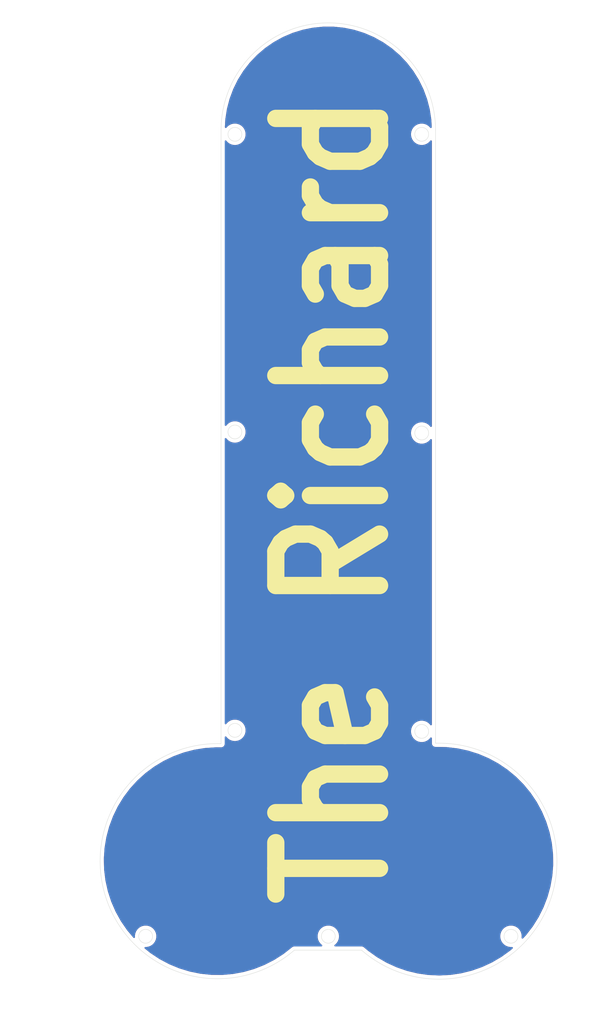
<source format=kicad_pcb>
(kicad_pcb (version 20171130) (host pcbnew "(5.1.6)-1")

  (general
    (thickness 1.6)
    (drawings 33)
    (tracks 0)
    (zones 0)
    (modules 0)
    (nets 1)
  )

  (page A4)
  (layers
    (0 F.Cu signal)
    (31 B.Cu signal)
    (32 B.Adhes user)
    (33 F.Adhes user)
    (34 B.Paste user)
    (35 F.Paste user)
    (36 B.SilkS user)
    (37 F.SilkS user)
    (38 B.Mask user)
    (39 F.Mask user)
    (40 Dwgs.User user)
    (41 Cmts.User user)
    (42 Eco1.User user)
    (43 Eco2.User user)
    (44 Edge.Cuts user)
    (45 Margin user)
    (46 B.CrtYd user)
    (47 F.CrtYd user)
    (48 B.Fab user)
    (49 F.Fab user)
  )

  (setup
    (last_trace_width 0.25)
    (trace_clearance 0.2)
    (zone_clearance 0.508)
    (zone_45_only no)
    (trace_min 0.2)
    (via_size 0.8)
    (via_drill 0.4)
    (via_min_size 0.4)
    (via_min_drill 0.3)
    (uvia_size 0.3)
    (uvia_drill 0.1)
    (uvias_allowed no)
    (uvia_min_size 0.2)
    (uvia_min_drill 0.1)
    (edge_width 0.05)
    (segment_width 0.2)
    (pcb_text_width 0.3)
    (pcb_text_size 1.5 1.5)
    (mod_edge_width 0.12)
    (mod_text_size 1 1)
    (mod_text_width 0.15)
    (pad_size 1.524 1.524)
    (pad_drill 0.762)
    (pad_to_mask_clearance 0.05)
    (aux_axis_origin 0 0)
    (visible_elements 7FFFFFFF)
    (pcbplotparams
      (layerselection 0x010fc_ffffffff)
      (usegerberextensions false)
      (usegerberattributes true)
      (usegerberadvancedattributes true)
      (creategerberjobfile true)
      (excludeedgelayer true)
      (linewidth 0.100000)
      (plotframeref false)
      (viasonmask false)
      (mode 1)
      (useauxorigin false)
      (hpglpennumber 1)
      (hpglpenspeed 20)
      (hpglpendiameter 15.000000)
      (psnegative false)
      (psa4output false)
      (plotreference true)
      (plotvalue true)
      (plotinvisibletext false)
      (padsonsilk false)
      (subtractmaskfromsilk false)
      (outputformat 1)
      (mirror false)
      (drillshape 0)
      (scaleselection 1)
      (outputdirectory "Gerbers"))
  )

  (net 0 "")

  (net_class Default "This is the default net class."
    (clearance 0.2)
    (trace_width 0.25)
    (via_dia 0.8)
    (via_drill 0.4)
    (uvia_dia 0.3)
    (uvia_drill 0.1)
  )

  (gr_text "The Richard" (at 139.6 47.8 90) (layer F.SilkS)
    (effects (font (size 15 13) (thickness 2.5)))
  )
  (gr_line (start 139 110.85) (end 112.6 110.85) (layer Dwgs.User) (width 0.15) (tstamp 60368EE2))
  (gr_circle (center 112.6 110.85) (end 111.6 110.85) (layer Edge.Cuts) (width 0.05) (tstamp 60368EE1))
  (gr_circle (center 112.65 110.85) (end 110.65 110.85) (layer Dwgs.User) (width 0.15) (tstamp 60368EE0))
  (gr_circle (center 165.4 110.85) (end 166.4 110.85) (layer Edge.Cuts) (width 0.05))
  (gr_circle (center 165.35 110.85) (end 167.35 110.85) (layer Dwgs.User) (width 0.15))
  (gr_line (start 139 110.85) (end 165.4 110.85) (layer Dwgs.User) (width 0.15))
  (gr_line (start 139 112.85) (end 139 110.85) (layer Dwgs.User) (width 0.15) (tstamp 60368E2A))
  (gr_circle (center 139 110.85) (end 139 111.85) (layer Edge.Cuts) (width 0.05) (tstamp 60368E29))
  (gr_circle (center 125.5 38) (end 126.5 38) (layer Edge.Cuts) (width 0.05) (tstamp 60368DF5))
  (gr_line (start 125.5 81.1) (end 125.5 37.975) (layer Dwgs.User) (width 0.15) (tstamp 60368DF4))
  (gr_line (start 152.5 81.25) (end 152.5 38.125) (layer Dwgs.User) (width 0.15))
  (gr_circle (center 152.5 38.15) (end 153.5 38.15) (layer Edge.Cuts) (width 0.05) (tstamp 60368D3C))
  (gr_line (start 123.5 81.1) (end 125.5 81.1) (layer Dwgs.User) (width 0.15) (tstamp 60368D3D))
  (gr_circle (center 125.5 81.1) (end 124.5 81.1) (layer Edge.Cuts) (width 0.05) (tstamp 60368D3C))
  (gr_line (start 154.5 81.25) (end 152.5 81.25) (layer Dwgs.User) (width 0.15) (tstamp 60368D3D))
  (gr_circle (center 152.5 81.25) (end 153.5 81.25) (layer Edge.Cuts) (width 0.05) (tstamp 60368D3C))
  (gr_line (start 123.5 -5) (end 125.5 -5) (layer Dwgs.User) (width 0.15) (tstamp 60368D3D))
  (gr_circle (center 125.5 -5) (end 124.5 -5) (layer Edge.Cuts) (width 0.05) (tstamp 60368D3C))
  (gr_line (start 154.5 -5) (end 152.5 -5) (layer Dwgs.User) (width 0.15))
  (gr_circle (center 152.5 -5) (end 153.5 -5) (layer Edge.Cuts) (width 0.05))
  (gr_arc (start 139 -5.6) (end 154.5 -5.65) (angle -179.6303511) (layer Edge.Cuts) (width 0.05))
  (gr_line (start 129.5 81.1) (end 123.5 81.1) (layer Dwgs.User) (width 0.15) (tstamp 60240C54))
  (gr_arc (start 123 100) (end 134.1 112.85) (angle 222.5) (layer Edge.Cuts) (width 0.05) (tstamp 60240B1A))
  (gr_line (start 123.497556 83.026935) (end 123.5 -5.65) (layer Edge.Cuts) (width 0.05) (tstamp 60240B7F))
  (gr_line (start 154.499989 82.961443) (end 154.5 -5.65) (layer Edge.Cuts) (width 0.05))
  (gr_line (start 148.5 81.25) (end 154.5 81.25) (layer Dwgs.User) (width 0.15))
  (gr_line (start 143.800001 112.849999) (end 134.1 112.85) (layer Edge.Cuts) (width 0.05) (tstamp 60240965))
  (gr_arc (start 155 100) (end 143.800001 112.849999) (angle -222.7561667) (layer Edge.Cuts) (width 0.05))
  (gr_line (start 139 83.4) (end 139 123.45) (layer Dwgs.User) (width 0.15) (tstamp 601C53CF))
  (gr_line (start 148.5 83.4) (end 129.5 83.4) (layer Dwgs.User) (width 0.15))
  (gr_circle (center 155 100) (end 166 100) (layer Dwgs.User) (width 0.15) (tstamp 601C52A1))
  (gr_circle (center 123 100) (end 134 100) (layer Dwgs.User) (width 0.15))

  (zone (net 0) (net_name "") (layer F.Cu) (tstamp 0) (hatch edge 0.508)
    (connect_pads (clearance 0.508))
    (min_thickness 0.254)
    (fill yes (arc_segments 32) (thermal_gap 0.508) (thermal_bridge_width 0.508))
    (polygon
      (pts
        (xy 171.75 -22.75) (xy 176.3 118.6) (xy 102.75 118.25) (xy 91.55 -24.4)
      )
    )
    (filled_polygon
      (pts
        (xy 139.772696 -20.419104) (xy 141.266308 -20.265153) (xy 142.736707 -19.961055) (xy 144.168856 -19.509917) (xy 145.548078 -18.916363)
        (xy 146.860267 -18.186463) (xy 148.091965 -17.327705) (xy 149.230577 -16.348868) (xy 150.264447 -15.259974) (xy 151.182982 -14.072179)
        (xy 151.97678 -12.797642) (xy 152.637715 -11.449412) (xy 153.159019 -10.041289) (xy 153.535357 -8.587684) (xy 153.762945 -7.103024)
        (xy 153.818892 -6.035499) (xy 153.798658 -6.065781) (xy 153.565781 -6.298658) (xy 153.291947 -6.481628) (xy 152.987678 -6.60766)
        (xy 152.664669 -6.67191) (xy 152.335331 -6.67191) (xy 152.012322 -6.60766) (xy 151.708053 -6.481628) (xy 151.434219 -6.298658)
        (xy 151.201342 -6.065781) (xy 151.018372 -5.791947) (xy 150.89234 -5.487678) (xy 150.82809 -5.164669) (xy 150.82809 -4.835331)
        (xy 150.89234 -4.512322) (xy 151.018372 -4.208053) (xy 151.201342 -3.934219) (xy 151.434219 -3.701342) (xy 151.708053 -3.518372)
        (xy 152.012322 -3.39234) (xy 152.335331 -3.32809) (xy 152.664669 -3.32809) (xy 152.987678 -3.39234) (xy 153.291947 -3.518372)
        (xy 153.565781 -3.701342) (xy 153.798658 -3.934219) (xy 153.840001 -3.996093) (xy 153.839995 37.146085) (xy 153.798658 37.084219)
        (xy 153.565781 36.851342) (xy 153.291947 36.668372) (xy 152.987678 36.54234) (xy 152.664669 36.47809) (xy 152.335331 36.47809)
        (xy 152.012322 36.54234) (xy 151.708053 36.668372) (xy 151.434219 36.851342) (xy 151.201342 37.084219) (xy 151.018372 37.358053)
        (xy 150.89234 37.662322) (xy 150.82809 37.985331) (xy 150.82809 38.314669) (xy 150.89234 38.637678) (xy 151.018372 38.941947)
        (xy 151.201342 39.215781) (xy 151.434219 39.448658) (xy 151.708053 39.631628) (xy 152.012322 39.75766) (xy 152.335331 39.82191)
        (xy 152.664669 39.82191) (xy 152.987678 39.75766) (xy 153.291947 39.631628) (xy 153.565781 39.448658) (xy 153.798658 39.215781)
        (xy 153.839995 39.153916) (xy 153.839989 80.246076) (xy 153.798658 80.184219) (xy 153.565781 79.951342) (xy 153.291947 79.768372)
        (xy 152.987678 79.64234) (xy 152.664669 79.57809) (xy 152.335331 79.57809) (xy 152.012322 79.64234) (xy 151.708053 79.768372)
        (xy 151.434219 79.951342) (xy 151.201342 80.184219) (xy 151.018372 80.458053) (xy 150.89234 80.762322) (xy 150.82809 81.085331)
        (xy 150.82809 81.414669) (xy 150.89234 81.737678) (xy 151.018372 82.041947) (xy 151.201342 82.315781) (xy 151.434219 82.548658)
        (xy 151.708053 82.731628) (xy 152.012322 82.85766) (xy 152.335331 82.92191) (xy 152.664669 82.92191) (xy 152.987678 82.85766)
        (xy 153.291947 82.731628) (xy 153.565781 82.548658) (xy 153.798658 82.315781) (xy 153.839989 82.253925) (xy 153.839989 82.993861)
        (xy 153.849539 83.090825) (xy 153.887279 83.215235) (xy 153.948564 83.329892) (xy 154.031041 83.43039) (xy 154.131539 83.512867)
        (xy 154.246196 83.574152) (xy 154.370606 83.611892) (xy 154.499989 83.624635) (xy 154.526257 83.622048) (xy 156.09135 83.651254)
        (xy 157.653284 83.831123) (xy 159.190798 84.159869) (xy 160.689701 84.63446) (xy 162.136236 85.250537) (xy 163.517054 86.002417)
        (xy 164.819448 86.88318) (xy 166.031441 87.884728) (xy 167.141847 88.997815) (xy 168.140463 90.212213) (xy 169.018081 91.516728)
        (xy 169.766632 92.899358) (xy 170.379215 94.347366) (xy 170.850194 95.847425) (xy 171.175228 97.385711) (xy 171.351329 98.948076)
        (xy 171.376874 100.520123) (xy 171.251625 102.087396) (xy 170.976742 103.635417) (xy 170.554745 105.149993) (xy 169.98953 106.617138)
        (xy 169.2863 108.023352) (xy 168.45152 109.3557) (xy 167.492889 110.601897) (xy 167.062413 111.062412) (xy 167.07191 111.014669)
        (xy 167.07191 110.685331) (xy 167.00766 110.362322) (xy 166.881628 110.058053) (xy 166.698658 109.784219) (xy 166.465781 109.551342)
        (xy 166.191947 109.368372) (xy 165.887678 109.24234) (xy 165.564669 109.17809) (xy 165.235331 109.17809) (xy 164.912322 109.24234)
        (xy 164.608053 109.368372) (xy 164.334219 109.551342) (xy 164.101342 109.784219) (xy 163.918372 110.058053) (xy 163.79234 110.362322)
        (xy 163.72809 110.685331) (xy 163.72809 111.014669) (xy 163.79234 111.337678) (xy 163.918372 111.641947) (xy 164.101342 111.915781)
        (xy 164.334219 112.148658) (xy 164.608053 112.331628) (xy 164.912322 112.45766) (xy 165.235331 112.52191) (xy 165.545162 112.52191)
        (xy 165.240421 112.790868) (xy 163.967325 113.713482) (xy 162.611665 114.509827) (xy 161.185918 115.172572) (xy 159.703205 115.695617)
        (xy 158.177207 116.074137) (xy 156.621935 116.304657) (xy 155.051736 116.385049) (xy 153.481061 116.314574) (xy 151.924369 116.093881)
        (xy 150.395996 115.725002) (xy 148.910018 115.211332) (xy 147.480123 114.557609) (xy 146.119459 113.76984) (xy 144.834117 112.850676)
        (xy 144.27013 112.382491) (xy 144.268948 112.381051) (xy 144.16845 112.298574) (xy 144.053793 112.237289) (xy 143.929383 112.199549)
        (xy 143.832419 112.189999) (xy 140.003909 112.19) (xy 140.065781 112.148658) (xy 140.298658 111.915781) (xy 140.481628 111.641947)
        (xy 140.60766 111.337678) (xy 140.67191 111.014669) (xy 140.67191 110.685331) (xy 140.60766 110.362322) (xy 140.481628 110.058053)
        (xy 140.298658 109.784219) (xy 140.065781 109.551342) (xy 139.791947 109.368372) (xy 139.487678 109.24234) (xy 139.164669 109.17809)
        (xy 138.835331 109.17809) (xy 138.512322 109.24234) (xy 138.208053 109.368372) (xy 137.934219 109.551342) (xy 137.701342 109.784219)
        (xy 137.518372 110.058053) (xy 137.39234 110.362322) (xy 137.32809 110.685331) (xy 137.32809 111.014669) (xy 137.39234 111.337678)
        (xy 137.518372 111.641947) (xy 137.701342 111.915781) (xy 137.934219 112.148658) (xy 137.996092 112.19) (xy 134.067581 112.190001)
        (xy 133.970617 112.199551) (xy 133.846207 112.237291) (xy 133.73155 112.298576) (xy 133.687163 112.335004) (xy 132.435254 113.315599)
        (xy 131.115577 114.158623) (xy 129.721171 114.871283) (xy 128.264875 115.447016) (xy 126.760112 115.880515) (xy 125.220719 116.167795)
        (xy 123.660872 116.306209) (xy 122.094957 116.29448) (xy 120.537373 116.13272) (xy 119.002445 115.822413) (xy 117.504351 115.366426)
        (xy 116.056838 114.768943) (xy 114.673265 114.035479) (xy 113.366354 113.172778) (xy 112.560563 112.52191) (xy 112.764669 112.52191)
        (xy 113.087678 112.45766) (xy 113.391947 112.331628) (xy 113.665781 112.148658) (xy 113.898658 111.915781) (xy 114.081628 111.641947)
        (xy 114.20766 111.337678) (xy 114.27191 111.014669) (xy 114.27191 110.685331) (xy 114.20766 110.362322) (xy 114.081628 110.058053)
        (xy 113.898658 109.784219) (xy 113.665781 109.551342) (xy 113.391947 109.368372) (xy 113.087678 109.24234) (xy 112.764669 109.17809)
        (xy 112.435331 109.17809) (xy 112.112322 109.24234) (xy 111.808053 109.368372) (xy 111.534219 109.551342) (xy 111.301342 109.784219)
        (xy 111.118372 110.058053) (xy 110.99234 110.362322) (xy 110.92809 110.685331) (xy 110.92809 110.971582) (xy 110.021805 109.894224)
        (xy 109.133233 108.604764) (xy 108.372343 107.236078) (xy 107.746134 105.800756) (xy 107.260382 104.312032) (xy 106.919555 102.783611)
        (xy 106.726789 101.22956) (xy 106.68386 99.664179) (xy 106.791164 98.10189) (xy 107.047713 96.557078) (xy 107.451144 95.043969)
        (xy 107.997737 93.576504) (xy 108.682469 92.168174) (xy 109.499039 90.831946) (xy 110.439914 89.580141) (xy 111.496429 88.424291)
        (xy 112.65887 87.375015) (xy 113.916543 86.441976) (xy 115.257834 85.633787) (xy 116.67042 84.957872) (xy 118.141277 84.420462)
        (xy 119.656889 84.026497) (xy 121.203262 83.779614) (xy 122.774843 83.68154) (xy 123.462667 83.686692) (xy 123.497538 83.690127)
        (xy 123.626921 83.677388) (xy 123.751332 83.639651) (xy 123.86599 83.57837) (xy 123.966491 83.495895) (xy 124.04897 83.3954)
        (xy 124.110259 83.280744) (xy 124.148002 83.156335) (xy 124.157555 83.059372) (xy 124.157581 82.100289) (xy 124.201342 82.165781)
        (xy 124.434219 82.398658) (xy 124.708053 82.581628) (xy 125.012322 82.70766) (xy 125.335331 82.77191) (xy 125.664669 82.77191)
        (xy 125.987678 82.70766) (xy 126.291947 82.581628) (xy 126.565781 82.398658) (xy 126.798658 82.165781) (xy 126.981628 81.891947)
        (xy 127.10766 81.587678) (xy 127.17191 81.264669) (xy 127.17191 80.935331) (xy 127.10766 80.612322) (xy 126.981628 80.308053)
        (xy 126.798658 80.034219) (xy 126.565781 79.801342) (xy 126.291947 79.618372) (xy 125.987678 79.49234) (xy 125.664669 79.42809)
        (xy 125.335331 79.42809) (xy 125.012322 79.49234) (xy 124.708053 79.618372) (xy 124.434219 79.801342) (xy 124.201342 80.034219)
        (xy 124.157637 80.099629) (xy 124.158769 39.002066) (xy 124.201342 39.065781) (xy 124.434219 39.298658) (xy 124.708053 39.481628)
        (xy 125.012322 39.60766) (xy 125.335331 39.67191) (xy 125.664669 39.67191) (xy 125.987678 39.60766) (xy 126.291947 39.481628)
        (xy 126.565781 39.298658) (xy 126.798658 39.065781) (xy 126.981628 38.791947) (xy 127.10766 38.487678) (xy 127.17191 38.164669)
        (xy 127.17191 37.835331) (xy 127.10766 37.512322) (xy 126.981628 37.208053) (xy 126.798658 36.934219) (xy 126.565781 36.701342)
        (xy 126.291947 36.518372) (xy 125.987678 36.39234) (xy 125.664669 36.32809) (xy 125.335331 36.32809) (xy 125.012322 36.39234)
        (xy 124.708053 36.518372) (xy 124.434219 36.701342) (xy 124.201342 36.934219) (xy 124.158824 36.997852) (xy 124.159954 -3.996161)
        (xy 124.201342 -3.934219) (xy 124.434219 -3.701342) (xy 124.708053 -3.518372) (xy 125.012322 -3.39234) (xy 125.335331 -3.32809)
        (xy 125.664669 -3.32809) (xy 125.987678 -3.39234) (xy 126.291947 -3.518372) (xy 126.565781 -3.701342) (xy 126.798658 -3.934219)
        (xy 126.981628 -4.208053) (xy 127.10766 -4.512322) (xy 127.17191 -4.835331) (xy 127.17191 -5.164669) (xy 127.10766 -5.487678)
        (xy 126.981628 -5.791947) (xy 126.798658 -6.065781) (xy 126.565781 -6.298658) (xy 126.291947 -6.481628) (xy 125.987678 -6.60766)
        (xy 125.664669 -6.67191) (xy 125.335331 -6.67191) (xy 125.012322 -6.60766) (xy 124.708053 -6.481628) (xy 124.434219 -6.298658)
        (xy 124.201342 -6.065781) (xy 124.181789 -6.036517) (xy 124.241647 -7.147213) (xy 124.473554 -8.630715) (xy 124.854193 -10.083191)
        (xy 125.379666 -11.489769) (xy 126.044591 -12.836038) (xy 126.842161 -14.10822) (xy 127.764205 -15.293286) (xy 128.801292 -16.379111)
        (xy 129.942796 -17.354571) (xy 131.177033 -18.209681) (xy 132.491371 -18.93569) (xy 133.872352 -19.52516) (xy 135.30583 -19.972056)
        (xy 136.777122 -20.271799) (xy 138.271181 -20.421327)
      )
    )
  )
  (zone (net 0) (net_name "") (layer B.Cu) (tstamp 0) (hatch edge 0.508)
    (connect_pads (clearance 0.508))
    (min_thickness 0.254)
    (fill yes (arc_segments 32) (thermal_gap 0.508) (thermal_bridge_width 0.508))
    (polygon
      (pts
        (xy 172.05 -22.9) (xy 177.85 118.75) (xy 102.05 118.6) (xy 91.55 -24.4)
      )
    )
    (filled_polygon
      (pts
        (xy 139.772696 -20.419104) (xy 141.266308 -20.265153) (xy 142.736707 -19.961055) (xy 144.168856 -19.509917) (xy 145.548078 -18.916363)
        (xy 146.860267 -18.186463) (xy 148.091965 -17.327705) (xy 149.230577 -16.348868) (xy 150.264447 -15.259974) (xy 151.182982 -14.072179)
        (xy 151.97678 -12.797642) (xy 152.637715 -11.449412) (xy 153.159019 -10.041289) (xy 153.535357 -8.587684) (xy 153.762945 -7.103024)
        (xy 153.818892 -6.035499) (xy 153.798658 -6.065781) (xy 153.565781 -6.298658) (xy 153.291947 -6.481628) (xy 152.987678 -6.60766)
        (xy 152.664669 -6.67191) (xy 152.335331 -6.67191) (xy 152.012322 -6.60766) (xy 151.708053 -6.481628) (xy 151.434219 -6.298658)
        (xy 151.201342 -6.065781) (xy 151.018372 -5.791947) (xy 150.89234 -5.487678) (xy 150.82809 -5.164669) (xy 150.82809 -4.835331)
        (xy 150.89234 -4.512322) (xy 151.018372 -4.208053) (xy 151.201342 -3.934219) (xy 151.434219 -3.701342) (xy 151.708053 -3.518372)
        (xy 152.012322 -3.39234) (xy 152.335331 -3.32809) (xy 152.664669 -3.32809) (xy 152.987678 -3.39234) (xy 153.291947 -3.518372)
        (xy 153.565781 -3.701342) (xy 153.798658 -3.934219) (xy 153.840001 -3.996093) (xy 153.839995 37.146085) (xy 153.798658 37.084219)
        (xy 153.565781 36.851342) (xy 153.291947 36.668372) (xy 152.987678 36.54234) (xy 152.664669 36.47809) (xy 152.335331 36.47809)
        (xy 152.012322 36.54234) (xy 151.708053 36.668372) (xy 151.434219 36.851342) (xy 151.201342 37.084219) (xy 151.018372 37.358053)
        (xy 150.89234 37.662322) (xy 150.82809 37.985331) (xy 150.82809 38.314669) (xy 150.89234 38.637678) (xy 151.018372 38.941947)
        (xy 151.201342 39.215781) (xy 151.434219 39.448658) (xy 151.708053 39.631628) (xy 152.012322 39.75766) (xy 152.335331 39.82191)
        (xy 152.664669 39.82191) (xy 152.987678 39.75766) (xy 153.291947 39.631628) (xy 153.565781 39.448658) (xy 153.798658 39.215781)
        (xy 153.839995 39.153916) (xy 153.839989 80.246076) (xy 153.798658 80.184219) (xy 153.565781 79.951342) (xy 153.291947 79.768372)
        (xy 152.987678 79.64234) (xy 152.664669 79.57809) (xy 152.335331 79.57809) (xy 152.012322 79.64234) (xy 151.708053 79.768372)
        (xy 151.434219 79.951342) (xy 151.201342 80.184219) (xy 151.018372 80.458053) (xy 150.89234 80.762322) (xy 150.82809 81.085331)
        (xy 150.82809 81.414669) (xy 150.89234 81.737678) (xy 151.018372 82.041947) (xy 151.201342 82.315781) (xy 151.434219 82.548658)
        (xy 151.708053 82.731628) (xy 152.012322 82.85766) (xy 152.335331 82.92191) (xy 152.664669 82.92191) (xy 152.987678 82.85766)
        (xy 153.291947 82.731628) (xy 153.565781 82.548658) (xy 153.798658 82.315781) (xy 153.839989 82.253925) (xy 153.839989 82.993861)
        (xy 153.849539 83.090825) (xy 153.887279 83.215235) (xy 153.948564 83.329892) (xy 154.031041 83.43039) (xy 154.131539 83.512867)
        (xy 154.246196 83.574152) (xy 154.370606 83.611892) (xy 154.499989 83.624635) (xy 154.526257 83.622048) (xy 156.09135 83.651254)
        (xy 157.653284 83.831123) (xy 159.190798 84.159869) (xy 160.689701 84.63446) (xy 162.136236 85.250537) (xy 163.517054 86.002417)
        (xy 164.819448 86.88318) (xy 166.031441 87.884728) (xy 167.141847 88.997815) (xy 168.140463 90.212213) (xy 169.018081 91.516728)
        (xy 169.766632 92.899358) (xy 170.379215 94.347366) (xy 170.850194 95.847425) (xy 171.175228 97.385711) (xy 171.351329 98.948076)
        (xy 171.376874 100.520123) (xy 171.251625 102.087396) (xy 170.976742 103.635417) (xy 170.554745 105.149993) (xy 169.98953 106.617138)
        (xy 169.2863 108.023352) (xy 168.45152 109.3557) (xy 167.492889 110.601897) (xy 167.062413 111.062412) (xy 167.07191 111.014669)
        (xy 167.07191 110.685331) (xy 167.00766 110.362322) (xy 166.881628 110.058053) (xy 166.698658 109.784219) (xy 166.465781 109.551342)
        (xy 166.191947 109.368372) (xy 165.887678 109.24234) (xy 165.564669 109.17809) (xy 165.235331 109.17809) (xy 164.912322 109.24234)
        (xy 164.608053 109.368372) (xy 164.334219 109.551342) (xy 164.101342 109.784219) (xy 163.918372 110.058053) (xy 163.79234 110.362322)
        (xy 163.72809 110.685331) (xy 163.72809 111.014669) (xy 163.79234 111.337678) (xy 163.918372 111.641947) (xy 164.101342 111.915781)
        (xy 164.334219 112.148658) (xy 164.608053 112.331628) (xy 164.912322 112.45766) (xy 165.235331 112.52191) (xy 165.545162 112.52191)
        (xy 165.240421 112.790868) (xy 163.967325 113.713482) (xy 162.611665 114.509827) (xy 161.185918 115.172572) (xy 159.703205 115.695617)
        (xy 158.177207 116.074137) (xy 156.621935 116.304657) (xy 155.051736 116.385049) (xy 153.481061 116.314574) (xy 151.924369 116.093881)
        (xy 150.395996 115.725002) (xy 148.910018 115.211332) (xy 147.480123 114.557609) (xy 146.119459 113.76984) (xy 144.834117 112.850676)
        (xy 144.27013 112.382491) (xy 144.268948 112.381051) (xy 144.16845 112.298574) (xy 144.053793 112.237289) (xy 143.929383 112.199549)
        (xy 143.832419 112.189999) (xy 140.003909 112.19) (xy 140.065781 112.148658) (xy 140.298658 111.915781) (xy 140.481628 111.641947)
        (xy 140.60766 111.337678) (xy 140.67191 111.014669) (xy 140.67191 110.685331) (xy 140.60766 110.362322) (xy 140.481628 110.058053)
        (xy 140.298658 109.784219) (xy 140.065781 109.551342) (xy 139.791947 109.368372) (xy 139.487678 109.24234) (xy 139.164669 109.17809)
        (xy 138.835331 109.17809) (xy 138.512322 109.24234) (xy 138.208053 109.368372) (xy 137.934219 109.551342) (xy 137.701342 109.784219)
        (xy 137.518372 110.058053) (xy 137.39234 110.362322) (xy 137.32809 110.685331) (xy 137.32809 111.014669) (xy 137.39234 111.337678)
        (xy 137.518372 111.641947) (xy 137.701342 111.915781) (xy 137.934219 112.148658) (xy 137.996092 112.19) (xy 134.067581 112.190001)
        (xy 133.970617 112.199551) (xy 133.846207 112.237291) (xy 133.73155 112.298576) (xy 133.687163 112.335004) (xy 132.435254 113.315599)
        (xy 131.115577 114.158623) (xy 129.721171 114.871283) (xy 128.264875 115.447016) (xy 126.760112 115.880515) (xy 125.220719 116.167795)
        (xy 123.660872 116.306209) (xy 122.094957 116.29448) (xy 120.537373 116.13272) (xy 119.002445 115.822413) (xy 117.504351 115.366426)
        (xy 116.056838 114.768943) (xy 114.673265 114.035479) (xy 113.366354 113.172778) (xy 112.560563 112.52191) (xy 112.764669 112.52191)
        (xy 113.087678 112.45766) (xy 113.391947 112.331628) (xy 113.665781 112.148658) (xy 113.898658 111.915781) (xy 114.081628 111.641947)
        (xy 114.20766 111.337678) (xy 114.27191 111.014669) (xy 114.27191 110.685331) (xy 114.20766 110.362322) (xy 114.081628 110.058053)
        (xy 113.898658 109.784219) (xy 113.665781 109.551342) (xy 113.391947 109.368372) (xy 113.087678 109.24234) (xy 112.764669 109.17809)
        (xy 112.435331 109.17809) (xy 112.112322 109.24234) (xy 111.808053 109.368372) (xy 111.534219 109.551342) (xy 111.301342 109.784219)
        (xy 111.118372 110.058053) (xy 110.99234 110.362322) (xy 110.92809 110.685331) (xy 110.92809 110.971582) (xy 110.021805 109.894224)
        (xy 109.133233 108.604764) (xy 108.372343 107.236078) (xy 107.746134 105.800756) (xy 107.260382 104.312032) (xy 106.919555 102.783611)
        (xy 106.726789 101.22956) (xy 106.68386 99.664179) (xy 106.791164 98.10189) (xy 107.047713 96.557078) (xy 107.451144 95.043969)
        (xy 107.997737 93.576504) (xy 108.682469 92.168174) (xy 109.499039 90.831946) (xy 110.439914 89.580141) (xy 111.496429 88.424291)
        (xy 112.65887 87.375015) (xy 113.916543 86.441976) (xy 115.257834 85.633787) (xy 116.67042 84.957872) (xy 118.141277 84.420462)
        (xy 119.656889 84.026497) (xy 121.203262 83.779614) (xy 122.774843 83.68154) (xy 123.462667 83.686692) (xy 123.497538 83.690127)
        (xy 123.626921 83.677388) (xy 123.751332 83.639651) (xy 123.86599 83.57837) (xy 123.966491 83.495895) (xy 124.04897 83.3954)
        (xy 124.110259 83.280744) (xy 124.148002 83.156335) (xy 124.157555 83.059372) (xy 124.157581 82.100289) (xy 124.201342 82.165781)
        (xy 124.434219 82.398658) (xy 124.708053 82.581628) (xy 125.012322 82.70766) (xy 125.335331 82.77191) (xy 125.664669 82.77191)
        (xy 125.987678 82.70766) (xy 126.291947 82.581628) (xy 126.565781 82.398658) (xy 126.798658 82.165781) (xy 126.981628 81.891947)
        (xy 127.10766 81.587678) (xy 127.17191 81.264669) (xy 127.17191 80.935331) (xy 127.10766 80.612322) (xy 126.981628 80.308053)
        (xy 126.798658 80.034219) (xy 126.565781 79.801342) (xy 126.291947 79.618372) (xy 125.987678 79.49234) (xy 125.664669 79.42809)
        (xy 125.335331 79.42809) (xy 125.012322 79.49234) (xy 124.708053 79.618372) (xy 124.434219 79.801342) (xy 124.201342 80.034219)
        (xy 124.157637 80.099629) (xy 124.158769 39.002066) (xy 124.201342 39.065781) (xy 124.434219 39.298658) (xy 124.708053 39.481628)
        (xy 125.012322 39.60766) (xy 125.335331 39.67191) (xy 125.664669 39.67191) (xy 125.987678 39.60766) (xy 126.291947 39.481628)
        (xy 126.565781 39.298658) (xy 126.798658 39.065781) (xy 126.981628 38.791947) (xy 127.10766 38.487678) (xy 127.17191 38.164669)
        (xy 127.17191 37.835331) (xy 127.10766 37.512322) (xy 126.981628 37.208053) (xy 126.798658 36.934219) (xy 126.565781 36.701342)
        (xy 126.291947 36.518372) (xy 125.987678 36.39234) (xy 125.664669 36.32809) (xy 125.335331 36.32809) (xy 125.012322 36.39234)
        (xy 124.708053 36.518372) (xy 124.434219 36.701342) (xy 124.201342 36.934219) (xy 124.158824 36.997852) (xy 124.159954 -3.996161)
        (xy 124.201342 -3.934219) (xy 124.434219 -3.701342) (xy 124.708053 -3.518372) (xy 125.012322 -3.39234) (xy 125.335331 -3.32809)
        (xy 125.664669 -3.32809) (xy 125.987678 -3.39234) (xy 126.291947 -3.518372) (xy 126.565781 -3.701342) (xy 126.798658 -3.934219)
        (xy 126.981628 -4.208053) (xy 127.10766 -4.512322) (xy 127.17191 -4.835331) (xy 127.17191 -5.164669) (xy 127.10766 -5.487678)
        (xy 126.981628 -5.791947) (xy 126.798658 -6.065781) (xy 126.565781 -6.298658) (xy 126.291947 -6.481628) (xy 125.987678 -6.60766)
        (xy 125.664669 -6.67191) (xy 125.335331 -6.67191) (xy 125.012322 -6.60766) (xy 124.708053 -6.481628) (xy 124.434219 -6.298658)
        (xy 124.201342 -6.065781) (xy 124.181789 -6.036517) (xy 124.241647 -7.147213) (xy 124.473554 -8.630715) (xy 124.854193 -10.083191)
        (xy 125.379666 -11.489769) (xy 126.044591 -12.836038) (xy 126.842161 -14.10822) (xy 127.764205 -15.293286) (xy 128.801292 -16.379111)
        (xy 129.942796 -17.354571) (xy 131.177033 -18.209681) (xy 132.491371 -18.93569) (xy 133.872352 -19.52516) (xy 135.30583 -19.972056)
        (xy 136.777122 -20.271799) (xy 138.271181 -20.421327)
      )
    )
  )
)

</source>
